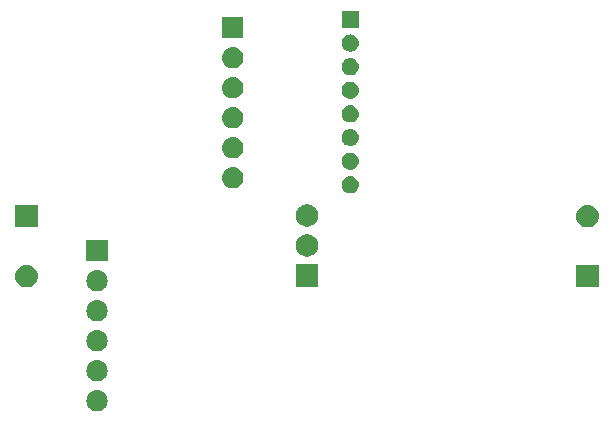
<source format=gbr>
G04 #@! TF.GenerationSoftware,KiCad,Pcbnew,(5.1.4)-1*
G04 #@! TF.CreationDate,2019-09-20T07:49:52+02:00*
G04 #@! TF.ProjectId,hb-rc-2-pbu-led,68622d72-632d-4322-9d70-62752d6c6564,rev?*
G04 #@! TF.SameCoordinates,Original*
G04 #@! TF.FileFunction,Soldermask,Bot*
G04 #@! TF.FilePolarity,Negative*
%FSLAX46Y46*%
G04 Gerber Fmt 4.6, Leading zero omitted, Abs format (unit mm)*
G04 Created by KiCad (PCBNEW (5.1.4)-1) date 2019-09-20 07:49:52*
%MOMM*%
%LPD*%
G04 APERTURE LIST*
%ADD10C,0.100000*%
G04 APERTURE END LIST*
D10*
G36*
X84565442Y-87751518D02*
G01*
X84631627Y-87758037D01*
X84801466Y-87809557D01*
X84957991Y-87893222D01*
X84993729Y-87922552D01*
X85095186Y-88005814D01*
X85178448Y-88107271D01*
X85207778Y-88143009D01*
X85291443Y-88299534D01*
X85342963Y-88469373D01*
X85360359Y-88646000D01*
X85342963Y-88822627D01*
X85291443Y-88992466D01*
X85207778Y-89148991D01*
X85178448Y-89184729D01*
X85095186Y-89286186D01*
X84993729Y-89369448D01*
X84957991Y-89398778D01*
X84801466Y-89482443D01*
X84631627Y-89533963D01*
X84565442Y-89540482D01*
X84499260Y-89547000D01*
X84410740Y-89547000D01*
X84344558Y-89540482D01*
X84278373Y-89533963D01*
X84108534Y-89482443D01*
X83952009Y-89398778D01*
X83916271Y-89369448D01*
X83814814Y-89286186D01*
X83731552Y-89184729D01*
X83702222Y-89148991D01*
X83618557Y-88992466D01*
X83567037Y-88822627D01*
X83549641Y-88646000D01*
X83567037Y-88469373D01*
X83618557Y-88299534D01*
X83702222Y-88143009D01*
X83731552Y-88107271D01*
X83814814Y-88005814D01*
X83916271Y-87922552D01*
X83952009Y-87893222D01*
X84108534Y-87809557D01*
X84278373Y-87758037D01*
X84344558Y-87751518D01*
X84410740Y-87745000D01*
X84499260Y-87745000D01*
X84565442Y-87751518D01*
X84565442Y-87751518D01*
G37*
G36*
X84565443Y-85211519D02*
G01*
X84631627Y-85218037D01*
X84801466Y-85269557D01*
X84957991Y-85353222D01*
X84993729Y-85382552D01*
X85095186Y-85465814D01*
X85178448Y-85567271D01*
X85207778Y-85603009D01*
X85291443Y-85759534D01*
X85342963Y-85929373D01*
X85360359Y-86106000D01*
X85342963Y-86282627D01*
X85291443Y-86452466D01*
X85207778Y-86608991D01*
X85178448Y-86644729D01*
X85095186Y-86746186D01*
X84993729Y-86829448D01*
X84957991Y-86858778D01*
X84801466Y-86942443D01*
X84631627Y-86993963D01*
X84565442Y-87000482D01*
X84499260Y-87007000D01*
X84410740Y-87007000D01*
X84344558Y-87000482D01*
X84278373Y-86993963D01*
X84108534Y-86942443D01*
X83952009Y-86858778D01*
X83916271Y-86829448D01*
X83814814Y-86746186D01*
X83731552Y-86644729D01*
X83702222Y-86608991D01*
X83618557Y-86452466D01*
X83567037Y-86282627D01*
X83549641Y-86106000D01*
X83567037Y-85929373D01*
X83618557Y-85759534D01*
X83702222Y-85603009D01*
X83731552Y-85567271D01*
X83814814Y-85465814D01*
X83916271Y-85382552D01*
X83952009Y-85353222D01*
X84108534Y-85269557D01*
X84278373Y-85218037D01*
X84344557Y-85211519D01*
X84410740Y-85205000D01*
X84499260Y-85205000D01*
X84565443Y-85211519D01*
X84565443Y-85211519D01*
G37*
G36*
X84565442Y-82671518D02*
G01*
X84631627Y-82678037D01*
X84801466Y-82729557D01*
X84957991Y-82813222D01*
X84993729Y-82842552D01*
X85095186Y-82925814D01*
X85178448Y-83027271D01*
X85207778Y-83063009D01*
X85291443Y-83219534D01*
X85342963Y-83389373D01*
X85360359Y-83566000D01*
X85342963Y-83742627D01*
X85291443Y-83912466D01*
X85207778Y-84068991D01*
X85178448Y-84104729D01*
X85095186Y-84206186D01*
X84993729Y-84289448D01*
X84957991Y-84318778D01*
X84801466Y-84402443D01*
X84631627Y-84453963D01*
X84565443Y-84460481D01*
X84499260Y-84467000D01*
X84410740Y-84467000D01*
X84344557Y-84460481D01*
X84278373Y-84453963D01*
X84108534Y-84402443D01*
X83952009Y-84318778D01*
X83916271Y-84289448D01*
X83814814Y-84206186D01*
X83731552Y-84104729D01*
X83702222Y-84068991D01*
X83618557Y-83912466D01*
X83567037Y-83742627D01*
X83549641Y-83566000D01*
X83567037Y-83389373D01*
X83618557Y-83219534D01*
X83702222Y-83063009D01*
X83731552Y-83027271D01*
X83814814Y-82925814D01*
X83916271Y-82842552D01*
X83952009Y-82813222D01*
X84108534Y-82729557D01*
X84278373Y-82678037D01*
X84344558Y-82671518D01*
X84410740Y-82665000D01*
X84499260Y-82665000D01*
X84565442Y-82671518D01*
X84565442Y-82671518D01*
G37*
G36*
X84565443Y-80131519D02*
G01*
X84631627Y-80138037D01*
X84801466Y-80189557D01*
X84957991Y-80273222D01*
X84993729Y-80302552D01*
X85095186Y-80385814D01*
X85178448Y-80487271D01*
X85207778Y-80523009D01*
X85291443Y-80679534D01*
X85342963Y-80849373D01*
X85360359Y-81026000D01*
X85342963Y-81202627D01*
X85291443Y-81372466D01*
X85207778Y-81528991D01*
X85178448Y-81564729D01*
X85095186Y-81666186D01*
X84993729Y-81749448D01*
X84957991Y-81778778D01*
X84801466Y-81862443D01*
X84631627Y-81913963D01*
X84565442Y-81920482D01*
X84499260Y-81927000D01*
X84410740Y-81927000D01*
X84344558Y-81920482D01*
X84278373Y-81913963D01*
X84108534Y-81862443D01*
X83952009Y-81778778D01*
X83916271Y-81749448D01*
X83814814Y-81666186D01*
X83731552Y-81564729D01*
X83702222Y-81528991D01*
X83618557Y-81372466D01*
X83567037Y-81202627D01*
X83549641Y-81026000D01*
X83567037Y-80849373D01*
X83618557Y-80679534D01*
X83702222Y-80523009D01*
X83731552Y-80487271D01*
X83814814Y-80385814D01*
X83916271Y-80302552D01*
X83952009Y-80273222D01*
X84108534Y-80189557D01*
X84278373Y-80138037D01*
X84344557Y-80131519D01*
X84410740Y-80125000D01*
X84499260Y-80125000D01*
X84565443Y-80131519D01*
X84565443Y-80131519D01*
G37*
G36*
X84565442Y-77591518D02*
G01*
X84631627Y-77598037D01*
X84801466Y-77649557D01*
X84957991Y-77733222D01*
X84993729Y-77762552D01*
X85095186Y-77845814D01*
X85178448Y-77947271D01*
X85207778Y-77983009D01*
X85291443Y-78139534D01*
X85342963Y-78309373D01*
X85360359Y-78486000D01*
X85342963Y-78662627D01*
X85291443Y-78832466D01*
X85207778Y-78988991D01*
X85178448Y-79024729D01*
X85095186Y-79126186D01*
X84993729Y-79209448D01*
X84957991Y-79238778D01*
X84801466Y-79322443D01*
X84631627Y-79373963D01*
X84565442Y-79380482D01*
X84499260Y-79387000D01*
X84410740Y-79387000D01*
X84344558Y-79380482D01*
X84278373Y-79373963D01*
X84108534Y-79322443D01*
X83952009Y-79238778D01*
X83916271Y-79209448D01*
X83814814Y-79126186D01*
X83731552Y-79024729D01*
X83702222Y-78988991D01*
X83618557Y-78832466D01*
X83567037Y-78662627D01*
X83549641Y-78486000D01*
X83567037Y-78309373D01*
X83618557Y-78139534D01*
X83702222Y-77983009D01*
X83731552Y-77947271D01*
X83814814Y-77845814D01*
X83916271Y-77762552D01*
X83952009Y-77733222D01*
X84108534Y-77649557D01*
X84278373Y-77598037D01*
X84344558Y-77591518D01*
X84410740Y-77585000D01*
X84499260Y-77585000D01*
X84565442Y-77591518D01*
X84565442Y-77591518D01*
G37*
G36*
X126935000Y-79056000D02*
G01*
X125033000Y-79056000D01*
X125033000Y-77154000D01*
X126935000Y-77154000D01*
X126935000Y-79056000D01*
X126935000Y-79056000D01*
G37*
G36*
X78672425Y-77167760D02*
G01*
X78672428Y-77167761D01*
X78672429Y-77167761D01*
X78851693Y-77222140D01*
X78851696Y-77222142D01*
X78851697Y-77222142D01*
X79016903Y-77310446D01*
X79161712Y-77429288D01*
X79280554Y-77574097D01*
X79368858Y-77739303D01*
X79368860Y-77739307D01*
X79423239Y-77918571D01*
X79423240Y-77918575D01*
X79441601Y-78105000D01*
X79423240Y-78291425D01*
X79423239Y-78291428D01*
X79423239Y-78291429D01*
X79368860Y-78470693D01*
X79368858Y-78470696D01*
X79368858Y-78470697D01*
X79280554Y-78635903D01*
X79161712Y-78780712D01*
X79016903Y-78899554D01*
X78851697Y-78987858D01*
X78851693Y-78987860D01*
X78672429Y-79042239D01*
X78672428Y-79042239D01*
X78672425Y-79042240D01*
X78532718Y-79056000D01*
X78439282Y-79056000D01*
X78299575Y-79042240D01*
X78299572Y-79042239D01*
X78299571Y-79042239D01*
X78120307Y-78987860D01*
X78120303Y-78987858D01*
X77955097Y-78899554D01*
X77810288Y-78780712D01*
X77691446Y-78635903D01*
X77603142Y-78470697D01*
X77603142Y-78470696D01*
X77603140Y-78470693D01*
X77548761Y-78291429D01*
X77548761Y-78291428D01*
X77548760Y-78291425D01*
X77530399Y-78105000D01*
X77548760Y-77918575D01*
X77548761Y-77918571D01*
X77603140Y-77739307D01*
X77603142Y-77739303D01*
X77691446Y-77574097D01*
X77810288Y-77429288D01*
X77955097Y-77310446D01*
X78120303Y-77222142D01*
X78120304Y-77222142D01*
X78120307Y-77222140D01*
X78299571Y-77167761D01*
X78299572Y-77167761D01*
X78299575Y-77167760D01*
X78439282Y-77154000D01*
X78532718Y-77154000D01*
X78672425Y-77167760D01*
X78672425Y-77167760D01*
G37*
G36*
X103186000Y-78979800D02*
G01*
X101284000Y-78979800D01*
X101284000Y-77077800D01*
X103186000Y-77077800D01*
X103186000Y-78979800D01*
X103186000Y-78979800D01*
G37*
G36*
X85356000Y-76847000D02*
G01*
X83554000Y-76847000D01*
X83554000Y-75045000D01*
X85356000Y-75045000D01*
X85356000Y-76847000D01*
X85356000Y-76847000D01*
G37*
G36*
X102512395Y-74574346D02*
G01*
X102685466Y-74646034D01*
X102685467Y-74646035D01*
X102841227Y-74750110D01*
X102973690Y-74882573D01*
X102973691Y-74882575D01*
X103077766Y-75038334D01*
X103149454Y-75211405D01*
X103186000Y-75395133D01*
X103186000Y-75582467D01*
X103149454Y-75766195D01*
X103077766Y-75939266D01*
X103077765Y-75939267D01*
X102973690Y-76095027D01*
X102841227Y-76227490D01*
X102762818Y-76279881D01*
X102685466Y-76331566D01*
X102512395Y-76403254D01*
X102328667Y-76439800D01*
X102141333Y-76439800D01*
X101957605Y-76403254D01*
X101784534Y-76331566D01*
X101707182Y-76279881D01*
X101628773Y-76227490D01*
X101496310Y-76095027D01*
X101392235Y-75939267D01*
X101392234Y-75939266D01*
X101320546Y-75766195D01*
X101284000Y-75582467D01*
X101284000Y-75395133D01*
X101320546Y-75211405D01*
X101392234Y-75038334D01*
X101496309Y-74882575D01*
X101496310Y-74882573D01*
X101628773Y-74750110D01*
X101784533Y-74646035D01*
X101784534Y-74646034D01*
X101957605Y-74574346D01*
X102141333Y-74537800D01*
X102328667Y-74537800D01*
X102512395Y-74574346D01*
X102512395Y-74574346D01*
G37*
G36*
X79437000Y-73976000D02*
G01*
X77535000Y-73976000D01*
X77535000Y-72074000D01*
X79437000Y-72074000D01*
X79437000Y-73976000D01*
X79437000Y-73976000D01*
G37*
G36*
X126170425Y-72087760D02*
G01*
X126170428Y-72087761D01*
X126170429Y-72087761D01*
X126349693Y-72142140D01*
X126349696Y-72142142D01*
X126349697Y-72142142D01*
X126514903Y-72230446D01*
X126659712Y-72349288D01*
X126778554Y-72494097D01*
X126866858Y-72659303D01*
X126866860Y-72659307D01*
X126921239Y-72838571D01*
X126921240Y-72838575D01*
X126939601Y-73025000D01*
X126921240Y-73211425D01*
X126921239Y-73211428D01*
X126921239Y-73211429D01*
X126866860Y-73390693D01*
X126866858Y-73390696D01*
X126866858Y-73390697D01*
X126778554Y-73555903D01*
X126659712Y-73700712D01*
X126514903Y-73819554D01*
X126349697Y-73907858D01*
X126349693Y-73907860D01*
X126170429Y-73962239D01*
X126170428Y-73962239D01*
X126170425Y-73962240D01*
X126030718Y-73976000D01*
X125937282Y-73976000D01*
X125797575Y-73962240D01*
X125797572Y-73962239D01*
X125797571Y-73962239D01*
X125618307Y-73907860D01*
X125618303Y-73907858D01*
X125453097Y-73819554D01*
X125308288Y-73700712D01*
X125189446Y-73555903D01*
X125101142Y-73390697D01*
X125101142Y-73390696D01*
X125101140Y-73390693D01*
X125046761Y-73211429D01*
X125046761Y-73211428D01*
X125046760Y-73211425D01*
X125028399Y-73025000D01*
X125046760Y-72838575D01*
X125046761Y-72838571D01*
X125101140Y-72659307D01*
X125101142Y-72659303D01*
X125189446Y-72494097D01*
X125308288Y-72349288D01*
X125453097Y-72230446D01*
X125618303Y-72142142D01*
X125618304Y-72142142D01*
X125618307Y-72142140D01*
X125797571Y-72087761D01*
X125797572Y-72087761D01*
X125797575Y-72087760D01*
X125937282Y-72074000D01*
X126030718Y-72074000D01*
X126170425Y-72087760D01*
X126170425Y-72087760D01*
G37*
G36*
X102512395Y-72034346D02*
G01*
X102685466Y-72106034D01*
X102685467Y-72106035D01*
X102841227Y-72210110D01*
X102973690Y-72342573D01*
X103026081Y-72420982D01*
X103077766Y-72498334D01*
X103149454Y-72671405D01*
X103186000Y-72855133D01*
X103186000Y-73042467D01*
X103149454Y-73226195D01*
X103077766Y-73399266D01*
X103077765Y-73399267D01*
X102973690Y-73555027D01*
X102841227Y-73687490D01*
X102762818Y-73739881D01*
X102685466Y-73791566D01*
X102512395Y-73863254D01*
X102328667Y-73899800D01*
X102141333Y-73899800D01*
X101957605Y-73863254D01*
X101784534Y-73791566D01*
X101707182Y-73739881D01*
X101628773Y-73687490D01*
X101496310Y-73555027D01*
X101392235Y-73399267D01*
X101392234Y-73399266D01*
X101320546Y-73226195D01*
X101284000Y-73042467D01*
X101284000Y-72855133D01*
X101320546Y-72671405D01*
X101392234Y-72498334D01*
X101443919Y-72420982D01*
X101496310Y-72342573D01*
X101628773Y-72210110D01*
X101784533Y-72106035D01*
X101784534Y-72106034D01*
X101957605Y-72034346D01*
X102141333Y-71997800D01*
X102328667Y-71997800D01*
X102512395Y-72034346D01*
X102512395Y-72034346D01*
G37*
G36*
X105964213Y-69640102D02*
G01*
X106035321Y-69647105D01*
X106172172Y-69688619D01*
X106172175Y-69688620D01*
X106298294Y-69756032D01*
X106408843Y-69846757D01*
X106499568Y-69957306D01*
X106566980Y-70083425D01*
X106566981Y-70083428D01*
X106608495Y-70220279D01*
X106622512Y-70362600D01*
X106608495Y-70504921D01*
X106580398Y-70597542D01*
X106566980Y-70641775D01*
X106499568Y-70767894D01*
X106408843Y-70878443D01*
X106298294Y-70969168D01*
X106172175Y-71036580D01*
X106172172Y-71036581D01*
X106035321Y-71078095D01*
X105964213Y-71085098D01*
X105928660Y-71088600D01*
X105857340Y-71088600D01*
X105821787Y-71085098D01*
X105750679Y-71078095D01*
X105613828Y-71036581D01*
X105613825Y-71036580D01*
X105487706Y-70969168D01*
X105377157Y-70878443D01*
X105286432Y-70767894D01*
X105219020Y-70641775D01*
X105205602Y-70597542D01*
X105177505Y-70504921D01*
X105163488Y-70362600D01*
X105177505Y-70220279D01*
X105219019Y-70083428D01*
X105219020Y-70083425D01*
X105286432Y-69957306D01*
X105377157Y-69846757D01*
X105487706Y-69756032D01*
X105613825Y-69688620D01*
X105613828Y-69688619D01*
X105750679Y-69647105D01*
X105821787Y-69640102D01*
X105857340Y-69636600D01*
X105928660Y-69636600D01*
X105964213Y-69640102D01*
X105964213Y-69640102D01*
G37*
G36*
X96058943Y-68866619D02*
G01*
X96125127Y-68873137D01*
X96294966Y-68924657D01*
X96451491Y-69008322D01*
X96485923Y-69036580D01*
X96588686Y-69120914D01*
X96671948Y-69222371D01*
X96701278Y-69258109D01*
X96784943Y-69414634D01*
X96836463Y-69584473D01*
X96853859Y-69761100D01*
X96836463Y-69937727D01*
X96784943Y-70107566D01*
X96701278Y-70264091D01*
X96671948Y-70299829D01*
X96588686Y-70401286D01*
X96487229Y-70484548D01*
X96451491Y-70513878D01*
X96294966Y-70597543D01*
X96125127Y-70649063D01*
X96058943Y-70655581D01*
X95992760Y-70662100D01*
X95904240Y-70662100D01*
X95838057Y-70655581D01*
X95771873Y-70649063D01*
X95602034Y-70597543D01*
X95445509Y-70513878D01*
X95409771Y-70484548D01*
X95308314Y-70401286D01*
X95225052Y-70299829D01*
X95195722Y-70264091D01*
X95112057Y-70107566D01*
X95060537Y-69937727D01*
X95043141Y-69761100D01*
X95060537Y-69584473D01*
X95112057Y-69414634D01*
X95195722Y-69258109D01*
X95225052Y-69222371D01*
X95308314Y-69120914D01*
X95411077Y-69036580D01*
X95445509Y-69008322D01*
X95602034Y-68924657D01*
X95771873Y-68873137D01*
X95838057Y-68866619D01*
X95904240Y-68860100D01*
X95992760Y-68860100D01*
X96058943Y-68866619D01*
X96058943Y-68866619D01*
G37*
G36*
X105964213Y-67640102D02*
G01*
X106035321Y-67647105D01*
X106172172Y-67688619D01*
X106172175Y-67688620D01*
X106298294Y-67756032D01*
X106408843Y-67846757D01*
X106499568Y-67957306D01*
X106566980Y-68083425D01*
X106566981Y-68083428D01*
X106608495Y-68220279D01*
X106622512Y-68362600D01*
X106608495Y-68504921D01*
X106566981Y-68641772D01*
X106566980Y-68641775D01*
X106499568Y-68767894D01*
X106408843Y-68878443D01*
X106298294Y-68969168D01*
X106172175Y-69036580D01*
X106172172Y-69036581D01*
X106035321Y-69078095D01*
X105964213Y-69085098D01*
X105928660Y-69088600D01*
X105857340Y-69088600D01*
X105821787Y-69085098D01*
X105750679Y-69078095D01*
X105613828Y-69036581D01*
X105613825Y-69036580D01*
X105487706Y-68969168D01*
X105377157Y-68878443D01*
X105286432Y-68767894D01*
X105219020Y-68641775D01*
X105219019Y-68641772D01*
X105177505Y-68504921D01*
X105163488Y-68362600D01*
X105177505Y-68220279D01*
X105219019Y-68083428D01*
X105219020Y-68083425D01*
X105286432Y-67957306D01*
X105377157Y-67846757D01*
X105487706Y-67756032D01*
X105613825Y-67688620D01*
X105613828Y-67688619D01*
X105750679Y-67647105D01*
X105821787Y-67640102D01*
X105857340Y-67636600D01*
X105928660Y-67636600D01*
X105964213Y-67640102D01*
X105964213Y-67640102D01*
G37*
G36*
X96058942Y-66326618D02*
G01*
X96125127Y-66333137D01*
X96294966Y-66384657D01*
X96451491Y-66468322D01*
X96487229Y-66497652D01*
X96588686Y-66580914D01*
X96671948Y-66682371D01*
X96701278Y-66718109D01*
X96784943Y-66874634D01*
X96836463Y-67044473D01*
X96853859Y-67221100D01*
X96836463Y-67397727D01*
X96784943Y-67567566D01*
X96701278Y-67724091D01*
X96675064Y-67756033D01*
X96588686Y-67861286D01*
X96487229Y-67944548D01*
X96451491Y-67973878D01*
X96294966Y-68057543D01*
X96125127Y-68109063D01*
X96058942Y-68115582D01*
X95992760Y-68122100D01*
X95904240Y-68122100D01*
X95838058Y-68115582D01*
X95771873Y-68109063D01*
X95602034Y-68057543D01*
X95445509Y-67973878D01*
X95409771Y-67944548D01*
X95308314Y-67861286D01*
X95221936Y-67756033D01*
X95195722Y-67724091D01*
X95112057Y-67567566D01*
X95060537Y-67397727D01*
X95043141Y-67221100D01*
X95060537Y-67044473D01*
X95112057Y-66874634D01*
X95195722Y-66718109D01*
X95225052Y-66682371D01*
X95308314Y-66580914D01*
X95409771Y-66497652D01*
X95445509Y-66468322D01*
X95602034Y-66384657D01*
X95771873Y-66333137D01*
X95838058Y-66326618D01*
X95904240Y-66320100D01*
X95992760Y-66320100D01*
X96058942Y-66326618D01*
X96058942Y-66326618D01*
G37*
G36*
X105964213Y-65640102D02*
G01*
X106035321Y-65647105D01*
X106172172Y-65688619D01*
X106172175Y-65688620D01*
X106298294Y-65756032D01*
X106408843Y-65846757D01*
X106499568Y-65957306D01*
X106566980Y-66083425D01*
X106566981Y-66083428D01*
X106608495Y-66220279D01*
X106622512Y-66362600D01*
X106608495Y-66504921D01*
X106585442Y-66580914D01*
X106566980Y-66641775D01*
X106499568Y-66767894D01*
X106408843Y-66878443D01*
X106298294Y-66969168D01*
X106172175Y-67036580D01*
X106172172Y-67036581D01*
X106035321Y-67078095D01*
X105964213Y-67085098D01*
X105928660Y-67088600D01*
X105857340Y-67088600D01*
X105821787Y-67085098D01*
X105750679Y-67078095D01*
X105613828Y-67036581D01*
X105613825Y-67036580D01*
X105487706Y-66969168D01*
X105377157Y-66878443D01*
X105286432Y-66767894D01*
X105219020Y-66641775D01*
X105200558Y-66580914D01*
X105177505Y-66504921D01*
X105163488Y-66362600D01*
X105177505Y-66220279D01*
X105219019Y-66083428D01*
X105219020Y-66083425D01*
X105286432Y-65957306D01*
X105377157Y-65846757D01*
X105487706Y-65756032D01*
X105613825Y-65688620D01*
X105613828Y-65688619D01*
X105750679Y-65647105D01*
X105821787Y-65640102D01*
X105857340Y-65636600D01*
X105928660Y-65636600D01*
X105964213Y-65640102D01*
X105964213Y-65640102D01*
G37*
G36*
X96058943Y-63786619D02*
G01*
X96125127Y-63793137D01*
X96294966Y-63844657D01*
X96451491Y-63928322D01*
X96486807Y-63957305D01*
X96588686Y-64040914D01*
X96671948Y-64142371D01*
X96701278Y-64178109D01*
X96784943Y-64334634D01*
X96836463Y-64504473D01*
X96853859Y-64681100D01*
X96836463Y-64857727D01*
X96784943Y-65027566D01*
X96784942Y-65027568D01*
X96752319Y-65088600D01*
X96701278Y-65184091D01*
X96671948Y-65219829D01*
X96588686Y-65321286D01*
X96487229Y-65404548D01*
X96451491Y-65433878D01*
X96294966Y-65517543D01*
X96125127Y-65569063D01*
X96058942Y-65575582D01*
X95992760Y-65582100D01*
X95904240Y-65582100D01*
X95838058Y-65575582D01*
X95771873Y-65569063D01*
X95602034Y-65517543D01*
X95445509Y-65433878D01*
X95409771Y-65404548D01*
X95308314Y-65321286D01*
X95225052Y-65219829D01*
X95195722Y-65184091D01*
X95144681Y-65088600D01*
X95112058Y-65027568D01*
X95112057Y-65027566D01*
X95060537Y-64857727D01*
X95043141Y-64681100D01*
X95060537Y-64504473D01*
X95112057Y-64334634D01*
X95195722Y-64178109D01*
X95225052Y-64142371D01*
X95308314Y-64040914D01*
X95410193Y-63957305D01*
X95445509Y-63928322D01*
X95602034Y-63844657D01*
X95771873Y-63793137D01*
X95838057Y-63786619D01*
X95904240Y-63780100D01*
X95992760Y-63780100D01*
X96058943Y-63786619D01*
X96058943Y-63786619D01*
G37*
G36*
X105964213Y-63640102D02*
G01*
X106035321Y-63647105D01*
X106172172Y-63688619D01*
X106172175Y-63688620D01*
X106298294Y-63756032D01*
X106408843Y-63846757D01*
X106499568Y-63957306D01*
X106566980Y-64083425D01*
X106566981Y-64083428D01*
X106608495Y-64220279D01*
X106622512Y-64362600D01*
X106608495Y-64504921D01*
X106566981Y-64641772D01*
X106566980Y-64641775D01*
X106499568Y-64767894D01*
X106408843Y-64878443D01*
X106298294Y-64969168D01*
X106172175Y-65036580D01*
X106172172Y-65036581D01*
X106035321Y-65078095D01*
X105964213Y-65085098D01*
X105928660Y-65088600D01*
X105857340Y-65088600D01*
X105821787Y-65085098D01*
X105750679Y-65078095D01*
X105613828Y-65036581D01*
X105613825Y-65036580D01*
X105487706Y-64969168D01*
X105377157Y-64878443D01*
X105286432Y-64767894D01*
X105219020Y-64641775D01*
X105219019Y-64641772D01*
X105177505Y-64504921D01*
X105163488Y-64362600D01*
X105177505Y-64220279D01*
X105219019Y-64083428D01*
X105219020Y-64083425D01*
X105286432Y-63957306D01*
X105377157Y-63846757D01*
X105487706Y-63756032D01*
X105613825Y-63688620D01*
X105613828Y-63688619D01*
X105750679Y-63647105D01*
X105821787Y-63640102D01*
X105857340Y-63636600D01*
X105928660Y-63636600D01*
X105964213Y-63640102D01*
X105964213Y-63640102D01*
G37*
G36*
X105943981Y-61638109D02*
G01*
X106035321Y-61647105D01*
X106172172Y-61688619D01*
X106172175Y-61688620D01*
X106298294Y-61756032D01*
X106408843Y-61846757D01*
X106499568Y-61957306D01*
X106566980Y-62083425D01*
X106566981Y-62083428D01*
X106608495Y-62220279D01*
X106622512Y-62362600D01*
X106608495Y-62504921D01*
X106566981Y-62641772D01*
X106566980Y-62641775D01*
X106499568Y-62767894D01*
X106408843Y-62878443D01*
X106298294Y-62969168D01*
X106172175Y-63036580D01*
X106172172Y-63036581D01*
X106035321Y-63078095D01*
X105964213Y-63085098D01*
X105928660Y-63088600D01*
X105857340Y-63088600D01*
X105821787Y-63085098D01*
X105750679Y-63078095D01*
X105613828Y-63036581D01*
X105613825Y-63036580D01*
X105487706Y-62969168D01*
X105377157Y-62878443D01*
X105286432Y-62767894D01*
X105219020Y-62641775D01*
X105219019Y-62641772D01*
X105177505Y-62504921D01*
X105163488Y-62362600D01*
X105177505Y-62220279D01*
X105219019Y-62083428D01*
X105219020Y-62083425D01*
X105286432Y-61957306D01*
X105377157Y-61846757D01*
X105487706Y-61756032D01*
X105613825Y-61688620D01*
X105613828Y-61688619D01*
X105750679Y-61647105D01*
X105842019Y-61638109D01*
X105857340Y-61636600D01*
X105928660Y-61636600D01*
X105943981Y-61638109D01*
X105943981Y-61638109D01*
G37*
G36*
X96058942Y-61246618D02*
G01*
X96125127Y-61253137D01*
X96294966Y-61304657D01*
X96451491Y-61388322D01*
X96487229Y-61417652D01*
X96588686Y-61500914D01*
X96671948Y-61602371D01*
X96701278Y-61638109D01*
X96784943Y-61794634D01*
X96836463Y-61964473D01*
X96853859Y-62141100D01*
X96836463Y-62317727D01*
X96784943Y-62487566D01*
X96784942Y-62487568D01*
X96743111Y-62565828D01*
X96701278Y-62644091D01*
X96671948Y-62679829D01*
X96588686Y-62781286D01*
X96487229Y-62864548D01*
X96451491Y-62893878D01*
X96451489Y-62893879D01*
X96310635Y-62969168D01*
X96294966Y-62977543D01*
X96125127Y-63029063D01*
X96058943Y-63035581D01*
X95992760Y-63042100D01*
X95904240Y-63042100D01*
X95838057Y-63035581D01*
X95771873Y-63029063D01*
X95602034Y-62977543D01*
X95586366Y-62969168D01*
X95445511Y-62893879D01*
X95445509Y-62893878D01*
X95409771Y-62864548D01*
X95308314Y-62781286D01*
X95225052Y-62679829D01*
X95195722Y-62644091D01*
X95153889Y-62565828D01*
X95112058Y-62487568D01*
X95112057Y-62487566D01*
X95060537Y-62317727D01*
X95043141Y-62141100D01*
X95060537Y-61964473D01*
X95112057Y-61794634D01*
X95195722Y-61638109D01*
X95225052Y-61602371D01*
X95308314Y-61500914D01*
X95409771Y-61417652D01*
X95445509Y-61388322D01*
X95602034Y-61304657D01*
X95771873Y-61253137D01*
X95838058Y-61246618D01*
X95904240Y-61240100D01*
X95992760Y-61240100D01*
X96058942Y-61246618D01*
X96058942Y-61246618D01*
G37*
G36*
X105964213Y-59640102D02*
G01*
X106035321Y-59647105D01*
X106172172Y-59688619D01*
X106172175Y-59688620D01*
X106298294Y-59756032D01*
X106408843Y-59846757D01*
X106499568Y-59957306D01*
X106566980Y-60083425D01*
X106566981Y-60083428D01*
X106608495Y-60220279D01*
X106622512Y-60362600D01*
X106608495Y-60504921D01*
X106566981Y-60641772D01*
X106566980Y-60641775D01*
X106499568Y-60767894D01*
X106408843Y-60878443D01*
X106298294Y-60969168D01*
X106172175Y-61036580D01*
X106172172Y-61036581D01*
X106035321Y-61078095D01*
X105964213Y-61085098D01*
X105928660Y-61088600D01*
X105857340Y-61088600D01*
X105821787Y-61085098D01*
X105750679Y-61078095D01*
X105613828Y-61036581D01*
X105613825Y-61036580D01*
X105487706Y-60969168D01*
X105377157Y-60878443D01*
X105286432Y-60767894D01*
X105219020Y-60641775D01*
X105219019Y-60641772D01*
X105177505Y-60504921D01*
X105163488Y-60362600D01*
X105177505Y-60220279D01*
X105219019Y-60083428D01*
X105219020Y-60083425D01*
X105286432Y-59957306D01*
X105377157Y-59846757D01*
X105487706Y-59756032D01*
X105613825Y-59688620D01*
X105613828Y-59688619D01*
X105750679Y-59647105D01*
X105821787Y-59640102D01*
X105857340Y-59636600D01*
X105928660Y-59636600D01*
X105964213Y-59640102D01*
X105964213Y-59640102D01*
G37*
G36*
X96058943Y-58706619D02*
G01*
X96125127Y-58713137D01*
X96294966Y-58764657D01*
X96451491Y-58848322D01*
X96487229Y-58877652D01*
X96588686Y-58960914D01*
X96650783Y-59036581D01*
X96701278Y-59098109D01*
X96784943Y-59254634D01*
X96836463Y-59424473D01*
X96853859Y-59601100D01*
X96836463Y-59777727D01*
X96784943Y-59947566D01*
X96701278Y-60104091D01*
X96671948Y-60139829D01*
X96588686Y-60241286D01*
X96487229Y-60324548D01*
X96451491Y-60353878D01*
X96294966Y-60437543D01*
X96125127Y-60489063D01*
X96058943Y-60495581D01*
X95992760Y-60502100D01*
X95904240Y-60502100D01*
X95838057Y-60495581D01*
X95771873Y-60489063D01*
X95602034Y-60437543D01*
X95445509Y-60353878D01*
X95409771Y-60324548D01*
X95308314Y-60241286D01*
X95225052Y-60139829D01*
X95195722Y-60104091D01*
X95112057Y-59947566D01*
X95060537Y-59777727D01*
X95043141Y-59601100D01*
X95060537Y-59424473D01*
X95112057Y-59254634D01*
X95195722Y-59098109D01*
X95246217Y-59036581D01*
X95308314Y-58960914D01*
X95409771Y-58877652D01*
X95445509Y-58848322D01*
X95602034Y-58764657D01*
X95771873Y-58713137D01*
X95838057Y-58706619D01*
X95904240Y-58700100D01*
X95992760Y-58700100D01*
X96058943Y-58706619D01*
X96058943Y-58706619D01*
G37*
G36*
X105964213Y-57640102D02*
G01*
X106035321Y-57647105D01*
X106172172Y-57688619D01*
X106172175Y-57688620D01*
X106298294Y-57756032D01*
X106408843Y-57846757D01*
X106499568Y-57957306D01*
X106566980Y-58083425D01*
X106566981Y-58083428D01*
X106608495Y-58220279D01*
X106622512Y-58362600D01*
X106608495Y-58504921D01*
X106566981Y-58641772D01*
X106566980Y-58641775D01*
X106499568Y-58767894D01*
X106408843Y-58878443D01*
X106298294Y-58969168D01*
X106172175Y-59036580D01*
X106172172Y-59036581D01*
X106035321Y-59078095D01*
X105964213Y-59085098D01*
X105928660Y-59088600D01*
X105857340Y-59088600D01*
X105821787Y-59085098D01*
X105750679Y-59078095D01*
X105613828Y-59036581D01*
X105613825Y-59036580D01*
X105487706Y-58969168D01*
X105377157Y-58878443D01*
X105286432Y-58767894D01*
X105219020Y-58641775D01*
X105219019Y-58641772D01*
X105177505Y-58504921D01*
X105163488Y-58362600D01*
X105177505Y-58220279D01*
X105219019Y-58083428D01*
X105219020Y-58083425D01*
X105286432Y-57957306D01*
X105377157Y-57846757D01*
X105487706Y-57756032D01*
X105613825Y-57688620D01*
X105613828Y-57688619D01*
X105750679Y-57647105D01*
X105821787Y-57640102D01*
X105857340Y-57636600D01*
X105928660Y-57636600D01*
X105964213Y-57640102D01*
X105964213Y-57640102D01*
G37*
G36*
X96849500Y-57962100D02*
G01*
X95047500Y-57962100D01*
X95047500Y-56160100D01*
X96849500Y-56160100D01*
X96849500Y-57962100D01*
X96849500Y-57962100D01*
G37*
G36*
X106619000Y-57088600D02*
G01*
X105167000Y-57088600D01*
X105167000Y-55636600D01*
X106619000Y-55636600D01*
X106619000Y-57088600D01*
X106619000Y-57088600D01*
G37*
M02*

</source>
